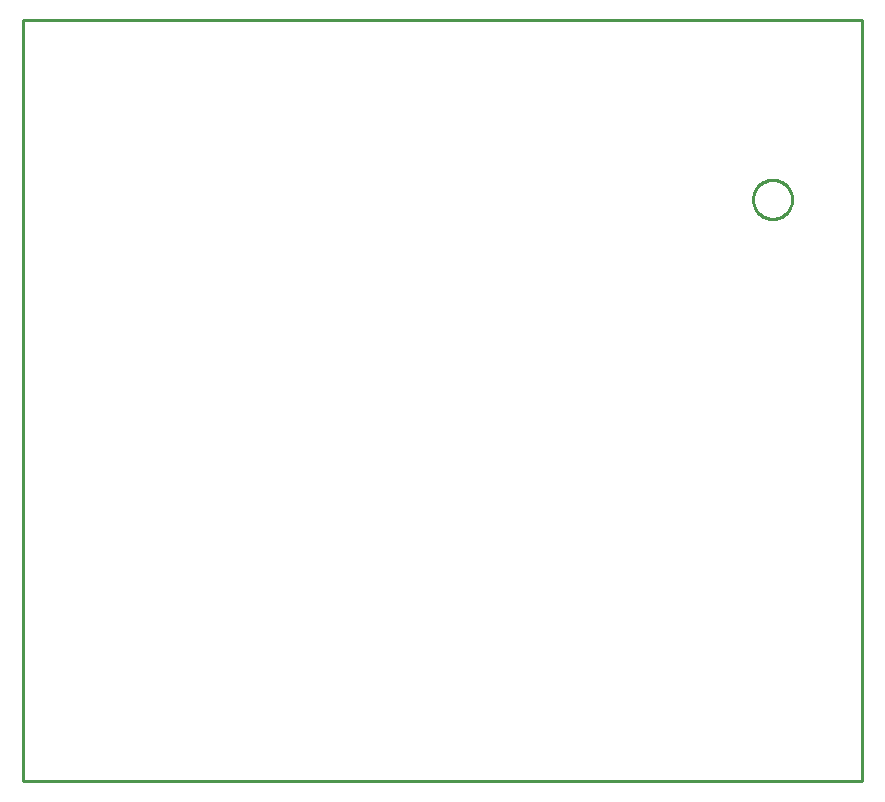
<source format=gbr>
G04 EAGLE Gerber X2 export*
%TF.Part,Single*%
%TF.FileFunction,Profile,NP*%
%TF.FilePolarity,Positive*%
%TF.GenerationSoftware,Autodesk,EAGLE,8.7.1*%
%TF.CreationDate,2020-07-24T08:34:06Z*%
G75*
%MOMM*%
%FSLAX34Y34*%
%LPD*%
%AMOC8*
5,1,8,0,0,1.08239X$1,22.5*%
G01*
%ADD10C,0.254000*%


D10*
X393700Y25400D02*
X1104700Y25400D01*
X1104700Y669800D01*
X393700Y669800D01*
X393700Y25400D01*
X1045210Y517620D02*
X1045139Y516541D01*
X1044998Y515469D01*
X1044787Y514409D01*
X1044508Y513365D01*
X1044160Y512341D01*
X1043746Y511343D01*
X1043268Y510373D01*
X1042728Y509437D01*
X1042127Y508538D01*
X1041469Y507681D01*
X1040757Y506868D01*
X1039992Y506104D01*
X1039179Y505391D01*
X1038322Y504733D01*
X1037423Y504132D01*
X1036487Y503592D01*
X1035517Y503114D01*
X1034519Y502700D01*
X1033495Y502352D01*
X1032451Y502073D01*
X1031391Y501862D01*
X1030319Y501721D01*
X1029240Y501650D01*
X1028160Y501650D01*
X1027081Y501721D01*
X1026009Y501862D01*
X1024949Y502073D01*
X1023905Y502352D01*
X1022881Y502700D01*
X1021883Y503114D01*
X1020913Y503592D01*
X1019977Y504132D01*
X1019078Y504733D01*
X1018221Y505391D01*
X1017408Y506104D01*
X1016644Y506868D01*
X1015931Y507681D01*
X1015273Y508538D01*
X1014672Y509437D01*
X1014132Y510373D01*
X1013654Y511343D01*
X1013240Y512341D01*
X1012892Y513365D01*
X1012613Y514409D01*
X1012402Y515469D01*
X1012261Y516541D01*
X1012190Y517620D01*
X1012190Y518700D01*
X1012261Y519779D01*
X1012402Y520851D01*
X1012613Y521911D01*
X1012892Y522955D01*
X1013240Y523979D01*
X1013654Y524977D01*
X1014132Y525947D01*
X1014672Y526883D01*
X1015273Y527782D01*
X1015931Y528639D01*
X1016644Y529452D01*
X1017408Y530217D01*
X1018221Y530929D01*
X1019078Y531587D01*
X1019977Y532188D01*
X1020913Y532728D01*
X1021883Y533206D01*
X1022881Y533620D01*
X1023905Y533968D01*
X1024949Y534247D01*
X1026009Y534458D01*
X1027081Y534599D01*
X1028160Y534670D01*
X1029240Y534670D01*
X1030319Y534599D01*
X1031391Y534458D01*
X1032451Y534247D01*
X1033495Y533968D01*
X1034519Y533620D01*
X1035517Y533206D01*
X1036487Y532728D01*
X1037423Y532188D01*
X1038322Y531587D01*
X1039179Y530929D01*
X1039992Y530217D01*
X1040757Y529452D01*
X1041469Y528639D01*
X1042127Y527782D01*
X1042728Y526883D01*
X1043268Y525947D01*
X1043746Y524977D01*
X1044160Y523979D01*
X1044508Y522955D01*
X1044787Y521911D01*
X1044998Y520851D01*
X1045139Y519779D01*
X1045210Y518700D01*
X1045210Y517620D01*
M02*

</source>
